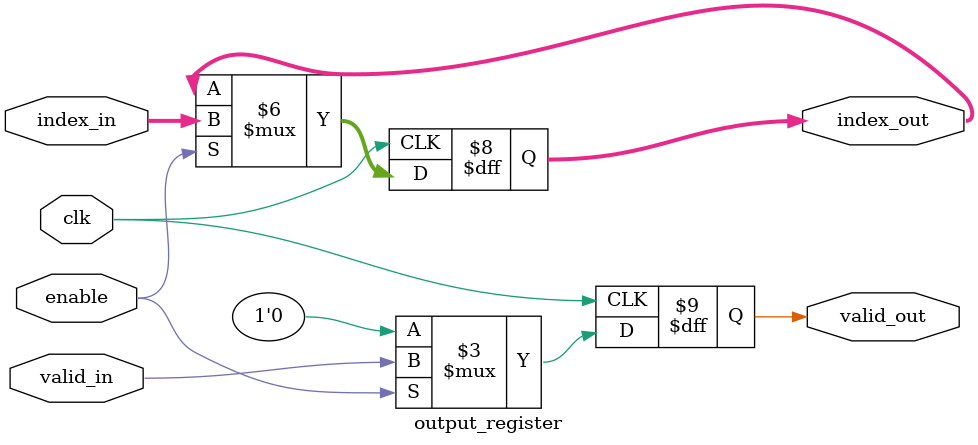
<source format=sv>
module priority_recovery (
    input wire clk,
    input wire enable,
    input wire [7:0] signals,
    output wire [2:0] recovered_idx,
    output wire valid
);
    // Internal signals
    wire [2:0] priority_index;
    wire signal_present;
    
    // Instantiate priority encoder for combinational logic
    priority_encoder priority_encoder_inst (
        .signals(signals),
        .index(priority_index),
        .valid(signal_present)
    );
    
    // Instantiate output register stage for sequential logic
    output_register output_register_inst (
        .clk(clk),
        .enable(enable),
        .index_in(priority_index),
        .valid_in(signal_present),
        .index_out(recovered_idx),
        .valid_out(valid)
    );
    
endmodule

//-----------------------------------------------------------------------------
// Priority Encoder Module - Handles the combinational priority encoding logic
//-----------------------------------------------------------------------------
module priority_encoder (
    input wire [7:0] signals,
    output reg [2:0] index,
    output wire valid
);
    // Signal presence detection
    assign valid = |signals;
    
    // Purely combinational priority encoder using if-else structure
    always @(*) begin
        if (signals[7]) begin
            index = 3'd7;
        end
        else if (signals[6]) begin
            index = 3'd6;
        end
        else if (signals[5]) begin
            index = 3'd5;
        end
        else if (signals[4]) begin
            index = 3'd4;
        end
        else if (signals[3]) begin
            index = 3'd3;
        end
        else if (signals[2]) begin
            index = 3'd2;
        end
        else if (signals[1]) begin
            index = 3'd1;
        end
        else if (signals[0]) begin
            index = 3'd0;
        end
        else begin
            index = 3'd0;
        end
    end
endmodule

//-----------------------------------------------------------------------------
// Output Register Module - Manages the synchronous output stage
//-----------------------------------------------------------------------------
module output_register (
    input wire clk,
    input wire enable,
    input wire [2:0] index_in,
    input wire valid_in,
    output reg [2:0] index_out,
    output reg valid_out
);
    // Registered outputs with enable control using if-else structure
    always @(posedge clk) begin
        if (enable) begin
            index_out <= index_in;
            valid_out <= valid_in;
        end
        else begin
            valid_out <= 1'b0;
            // Index remains unchanged when not enabled
        end
    end
endmodule
</source>
